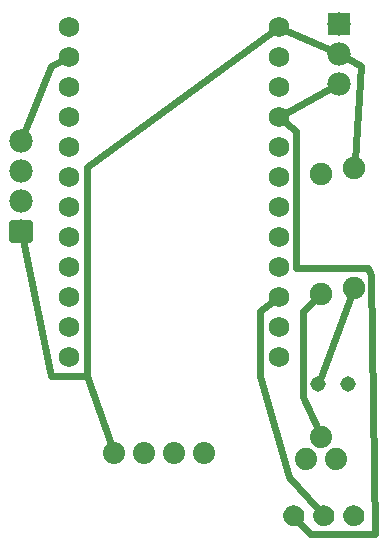
<source format=gbl>
G04 MADE WITH FRITZING*
G04 WWW.FRITZING.ORG*
G04 DOUBLE SIDED*
G04 HOLES PLATED*
G04 CONTOUR ON CENTER OF CONTOUR VECTOR*
%ASAXBY*%
%FSLAX23Y23*%
%MOIN*%
%OFA0B0*%
%SFA1.0B1.0*%
%ADD10C,0.075000*%
%ADD11C,0.068583*%
%ADD12C,0.068555*%
%ADD13C,0.078000*%
%ADD14C,0.070000*%
%ADD15C,0.073889*%
%ADD16C,0.074000*%
%ADD17C,0.051496*%
%ADD18R,0.078000X0.078000*%
%ADD19C,0.024000*%
%ADD20C,0.020000*%
%ADD21R,0.001000X0.001000*%
%LNCOPPER0*%
G90*
G70*
G54D10*
X1190Y1310D03*
X1190Y910D03*
X1080Y890D03*
X1080Y1290D03*
G54D11*
X940Y880D03*
X940Y980D03*
X940Y780D03*
X940Y680D03*
X940Y1080D03*
X940Y1180D03*
X940Y1280D03*
X940Y1380D03*
X940Y1480D03*
X940Y1580D03*
X940Y1680D03*
X940Y1780D03*
G54D12*
X240Y980D03*
X240Y880D03*
X240Y780D03*
X240Y680D03*
X240Y1080D03*
X240Y1180D03*
X240Y1280D03*
X240Y1380D03*
X240Y1580D03*
X240Y1480D03*
X240Y1680D03*
X240Y1780D03*
G54D13*
X1140Y1790D03*
X1140Y1690D03*
X1140Y1590D03*
X80Y1100D03*
X80Y1200D03*
X80Y1300D03*
X80Y1400D03*
G54D14*
X990Y150D03*
X1090Y150D03*
X1190Y150D03*
G54D15*
X690Y360D03*
X590Y360D03*
X490Y360D03*
X390Y360D03*
G54D16*
X1030Y340D03*
X1080Y415D03*
X1130Y340D03*
G54D17*
X1070Y590D03*
X1170Y590D03*
G54D18*
X1140Y1790D03*
G54D19*
X1180Y883D02*
X1079Y615D01*
D02*
X1059Y871D02*
X1020Y834D01*
X1020Y834D02*
X1020Y546D01*
X1020Y546D02*
X1069Y440D01*
D02*
X1072Y170D02*
X972Y282D01*
X972Y282D02*
X876Y618D01*
X876Y618D02*
X876Y834D01*
X876Y834D02*
X917Y863D01*
D02*
X962Y1462D02*
X996Y1434D01*
X996Y1434D02*
X996Y978D01*
X996Y978D02*
X1236Y978D01*
X1236Y978D02*
X1248Y954D01*
X1248Y954D02*
X1260Y90D01*
X1260Y90D02*
X1044Y90D01*
X1044Y90D02*
X1007Y131D01*
D02*
X1113Y1576D02*
X965Y1494D01*
D02*
X91Y1428D02*
X180Y1650D01*
X180Y1650D02*
X214Y1667D01*
D02*
X966Y1768D02*
X1112Y1703D01*
D02*
X1192Y1339D02*
X1212Y1650D01*
X1212Y1650D02*
X1166Y1676D01*
D02*
X86Y1071D02*
X180Y618D01*
X180Y618D02*
X300Y618D01*
X300Y618D02*
X300Y1314D01*
X300Y1314D02*
X917Y1763D01*
D02*
X379Y392D02*
X300Y618D01*
G54D20*
X51Y1071D02*
X51Y1129D01*
X109Y1129D01*
X109Y1071D01*
X51Y1071D01*
D02*
G54D21*
X984Y186D02*
X994Y186D01*
X1084Y186D02*
X1094Y186D01*
X1184Y186D02*
X1194Y186D01*
X980Y185D02*
X998Y185D01*
X1080Y185D02*
X1098Y185D01*
X1180Y185D02*
X1198Y185D01*
X977Y184D02*
X1001Y184D01*
X1077Y184D02*
X1100Y184D01*
X1177Y184D02*
X1200Y184D01*
X975Y183D02*
X1003Y183D01*
X1075Y183D02*
X1103Y183D01*
X1175Y183D02*
X1203Y183D01*
X973Y182D02*
X1005Y182D01*
X1073Y182D02*
X1105Y182D01*
X1173Y182D02*
X1204Y182D01*
X972Y181D02*
X1006Y181D01*
X1072Y181D02*
X1106Y181D01*
X1172Y181D02*
X1206Y181D01*
X970Y180D02*
X1008Y180D01*
X1070Y180D02*
X1108Y180D01*
X1170Y180D02*
X1208Y180D01*
X969Y179D02*
X1009Y179D01*
X1069Y179D02*
X1109Y179D01*
X1169Y179D02*
X1209Y179D01*
X968Y178D02*
X1010Y178D01*
X1068Y178D02*
X1110Y178D01*
X1167Y178D02*
X1210Y178D01*
X966Y177D02*
X1011Y177D01*
X1066Y177D02*
X1111Y177D01*
X1166Y177D02*
X1211Y177D01*
X965Y176D02*
X1012Y176D01*
X1065Y176D02*
X1112Y176D01*
X1165Y176D02*
X1212Y176D01*
X964Y175D02*
X1013Y175D01*
X1064Y175D02*
X1113Y175D01*
X1164Y175D02*
X1213Y175D01*
X963Y174D02*
X1014Y174D01*
X1063Y174D02*
X1114Y174D01*
X1163Y174D02*
X1214Y174D01*
X963Y173D02*
X1015Y173D01*
X1063Y173D02*
X1115Y173D01*
X1163Y173D02*
X1215Y173D01*
X962Y172D02*
X1016Y172D01*
X1062Y172D02*
X1116Y172D01*
X1162Y172D02*
X1216Y172D01*
X961Y171D02*
X1017Y171D01*
X1061Y171D02*
X1117Y171D01*
X1161Y171D02*
X1217Y171D01*
X960Y170D02*
X1017Y170D01*
X1060Y170D02*
X1117Y170D01*
X1160Y170D02*
X1217Y170D01*
X960Y169D02*
X1018Y169D01*
X1060Y169D02*
X1118Y169D01*
X1160Y169D02*
X1218Y169D01*
X959Y168D02*
X1019Y168D01*
X1059Y168D02*
X1119Y168D01*
X1159Y168D02*
X1219Y168D01*
X959Y167D02*
X1019Y167D01*
X1059Y167D02*
X1119Y167D01*
X1158Y167D02*
X1219Y167D01*
X958Y166D02*
X984Y166D01*
X994Y166D02*
X1020Y166D01*
X1058Y166D02*
X1084Y166D01*
X1094Y166D02*
X1120Y166D01*
X1158Y166D02*
X1183Y166D01*
X1194Y166D02*
X1220Y166D01*
X958Y165D02*
X981Y165D01*
X997Y165D02*
X1020Y165D01*
X1057Y165D02*
X1081Y165D01*
X1097Y165D02*
X1120Y165D01*
X1157Y165D02*
X1181Y165D01*
X1197Y165D02*
X1220Y165D01*
X957Y164D02*
X979Y164D01*
X999Y164D02*
X1021Y164D01*
X1057Y164D02*
X1079Y164D01*
X1099Y164D02*
X1121Y164D01*
X1157Y164D02*
X1179Y164D01*
X1199Y164D02*
X1221Y164D01*
X957Y163D02*
X978Y163D01*
X1000Y163D02*
X1021Y163D01*
X1057Y163D02*
X1078Y163D01*
X1100Y163D02*
X1121Y163D01*
X1157Y163D02*
X1178Y163D01*
X1200Y163D02*
X1221Y163D01*
X956Y162D02*
X977Y162D01*
X1001Y162D02*
X1021Y162D01*
X1056Y162D02*
X1077Y162D01*
X1101Y162D02*
X1121Y162D01*
X1156Y162D02*
X1177Y162D01*
X1201Y162D02*
X1221Y162D01*
X956Y161D02*
X976Y161D01*
X1002Y161D02*
X1022Y161D01*
X1056Y161D02*
X1076Y161D01*
X1102Y161D02*
X1122Y161D01*
X1156Y161D02*
X1176Y161D01*
X1202Y161D02*
X1222Y161D01*
X956Y160D02*
X975Y160D01*
X1002Y160D02*
X1022Y160D01*
X1056Y160D02*
X1075Y160D01*
X1102Y160D02*
X1122Y160D01*
X1156Y160D02*
X1175Y160D01*
X1202Y160D02*
X1222Y160D01*
X955Y159D02*
X975Y159D01*
X1003Y159D02*
X1022Y159D01*
X1055Y159D02*
X1075Y159D01*
X1103Y159D02*
X1122Y159D01*
X1155Y159D02*
X1175Y159D01*
X1203Y159D02*
X1222Y159D01*
X955Y158D02*
X974Y158D01*
X1003Y158D02*
X1023Y158D01*
X1055Y158D02*
X1074Y158D01*
X1103Y158D02*
X1123Y158D01*
X1155Y158D02*
X1174Y158D01*
X1203Y158D02*
X1223Y158D01*
X955Y157D02*
X974Y157D01*
X1004Y157D02*
X1023Y157D01*
X1055Y157D02*
X1074Y157D01*
X1104Y157D02*
X1123Y157D01*
X1155Y157D02*
X1174Y157D01*
X1204Y157D02*
X1223Y157D01*
X955Y156D02*
X974Y156D01*
X1004Y156D02*
X1023Y156D01*
X1055Y156D02*
X1074Y156D01*
X1104Y156D02*
X1123Y156D01*
X1155Y156D02*
X1174Y156D01*
X1204Y156D02*
X1223Y156D01*
X955Y155D02*
X974Y155D01*
X1004Y155D02*
X1023Y155D01*
X1055Y155D02*
X1074Y155D01*
X1104Y155D02*
X1123Y155D01*
X1155Y155D02*
X1174Y155D01*
X1204Y155D02*
X1223Y155D01*
X955Y154D02*
X974Y154D01*
X1004Y154D02*
X1023Y154D01*
X1054Y154D02*
X1074Y154D01*
X1104Y154D02*
X1123Y154D01*
X1154Y154D02*
X1173Y154D01*
X1204Y154D02*
X1223Y154D01*
X954Y153D02*
X973Y153D01*
X1004Y153D02*
X1023Y153D01*
X1054Y153D02*
X1073Y153D01*
X1104Y153D02*
X1123Y153D01*
X1154Y153D02*
X1173Y153D01*
X1204Y153D02*
X1223Y153D01*
X954Y152D02*
X973Y152D01*
X1004Y152D02*
X1023Y152D01*
X1054Y152D02*
X1073Y152D01*
X1104Y152D02*
X1123Y152D01*
X1154Y152D02*
X1173Y152D01*
X1204Y152D02*
X1223Y152D01*
X954Y151D02*
X973Y151D01*
X1004Y151D02*
X1023Y151D01*
X1054Y151D02*
X1073Y151D01*
X1104Y151D02*
X1123Y151D01*
X1154Y151D02*
X1173Y151D01*
X1204Y151D02*
X1223Y151D01*
X954Y150D02*
X974Y150D01*
X1004Y150D02*
X1023Y150D01*
X1054Y150D02*
X1073Y150D01*
X1104Y150D02*
X1123Y150D01*
X1154Y150D02*
X1173Y150D01*
X1204Y150D02*
X1223Y150D01*
X955Y149D02*
X974Y149D01*
X1004Y149D02*
X1023Y149D01*
X1055Y149D02*
X1074Y149D01*
X1104Y149D02*
X1123Y149D01*
X1154Y149D02*
X1173Y149D01*
X1204Y149D02*
X1223Y149D01*
X955Y148D02*
X974Y148D01*
X1004Y148D02*
X1023Y148D01*
X1055Y148D02*
X1074Y148D01*
X1104Y148D02*
X1123Y148D01*
X1155Y148D02*
X1174Y148D01*
X1204Y148D02*
X1223Y148D01*
X955Y147D02*
X974Y147D01*
X1004Y147D02*
X1023Y147D01*
X1055Y147D02*
X1074Y147D01*
X1104Y147D02*
X1123Y147D01*
X1155Y147D02*
X1174Y147D01*
X1204Y147D02*
X1223Y147D01*
X955Y146D02*
X974Y146D01*
X1004Y146D02*
X1023Y146D01*
X1055Y146D02*
X1074Y146D01*
X1104Y146D02*
X1123Y146D01*
X1155Y146D02*
X1174Y146D01*
X1204Y146D02*
X1223Y146D01*
X955Y145D02*
X974Y145D01*
X1003Y145D02*
X1023Y145D01*
X1055Y145D02*
X1074Y145D01*
X1103Y145D02*
X1123Y145D01*
X1155Y145D02*
X1174Y145D01*
X1203Y145D02*
X1223Y145D01*
X955Y144D02*
X975Y144D01*
X1003Y144D02*
X1022Y144D01*
X1055Y144D02*
X1075Y144D01*
X1103Y144D02*
X1122Y144D01*
X1155Y144D02*
X1175Y144D01*
X1203Y144D02*
X1222Y144D01*
X956Y143D02*
X975Y143D01*
X1002Y143D02*
X1022Y143D01*
X1056Y143D02*
X1075Y143D01*
X1102Y143D02*
X1122Y143D01*
X1156Y143D02*
X1175Y143D01*
X1202Y143D02*
X1222Y143D01*
X956Y142D02*
X976Y142D01*
X1002Y142D02*
X1022Y142D01*
X1056Y142D02*
X1076Y142D01*
X1102Y142D02*
X1122Y142D01*
X1156Y142D02*
X1176Y142D01*
X1202Y142D02*
X1222Y142D01*
X956Y141D02*
X977Y141D01*
X1001Y141D02*
X1021Y141D01*
X1056Y141D02*
X1077Y141D01*
X1101Y141D02*
X1121Y141D01*
X1156Y141D02*
X1177Y141D01*
X1201Y141D02*
X1221Y141D01*
X957Y140D02*
X978Y140D01*
X1000Y140D02*
X1021Y140D01*
X1057Y140D02*
X1078Y140D01*
X1100Y140D02*
X1121Y140D01*
X1157Y140D02*
X1178Y140D01*
X1200Y140D02*
X1221Y140D01*
X957Y139D02*
X979Y139D01*
X999Y139D02*
X1021Y139D01*
X1057Y139D02*
X1079Y139D01*
X1099Y139D02*
X1121Y139D01*
X1157Y139D02*
X1179Y139D01*
X1199Y139D02*
X1221Y139D01*
X958Y138D02*
X981Y138D01*
X997Y138D02*
X1020Y138D01*
X1058Y138D02*
X1081Y138D01*
X1097Y138D02*
X1120Y138D01*
X1158Y138D02*
X1181Y138D01*
X1197Y138D02*
X1220Y138D01*
X958Y137D02*
X984Y137D01*
X993Y137D02*
X1020Y137D01*
X1058Y137D02*
X1084Y137D01*
X1093Y137D02*
X1120Y137D01*
X1158Y137D02*
X1184Y137D01*
X1193Y137D02*
X1220Y137D01*
X959Y136D02*
X1019Y136D01*
X1059Y136D02*
X1119Y136D01*
X1159Y136D02*
X1219Y136D01*
X959Y135D02*
X1019Y135D01*
X1059Y135D02*
X1118Y135D01*
X1159Y135D02*
X1218Y135D01*
X960Y134D02*
X1018Y134D01*
X1060Y134D02*
X1118Y134D01*
X1160Y134D02*
X1218Y134D01*
X961Y133D02*
X1017Y133D01*
X1060Y133D02*
X1117Y133D01*
X1160Y133D02*
X1217Y133D01*
X961Y132D02*
X1017Y132D01*
X1061Y132D02*
X1116Y132D01*
X1161Y132D02*
X1216Y132D01*
X962Y131D02*
X1016Y131D01*
X1062Y131D02*
X1116Y131D01*
X1162Y131D02*
X1216Y131D01*
X963Y130D02*
X1015Y130D01*
X1063Y130D02*
X1115Y130D01*
X1163Y130D02*
X1215Y130D01*
X964Y129D02*
X1014Y129D01*
X1064Y129D02*
X1114Y129D01*
X1164Y129D02*
X1214Y129D01*
X965Y128D02*
X1013Y128D01*
X1065Y128D02*
X1113Y128D01*
X1165Y128D02*
X1213Y128D01*
X966Y127D02*
X1012Y127D01*
X1066Y127D02*
X1112Y127D01*
X1165Y127D02*
X1212Y127D01*
X967Y126D02*
X1011Y126D01*
X1067Y126D02*
X1111Y126D01*
X1167Y126D02*
X1211Y126D01*
X968Y125D02*
X1010Y125D01*
X1068Y125D02*
X1110Y125D01*
X1168Y125D02*
X1210Y125D01*
X969Y124D02*
X1009Y124D01*
X1069Y124D02*
X1109Y124D01*
X1169Y124D02*
X1209Y124D01*
X970Y123D02*
X1007Y123D01*
X1070Y123D02*
X1107Y123D01*
X1170Y123D02*
X1207Y123D01*
X972Y122D02*
X1006Y122D01*
X1072Y122D02*
X1106Y122D01*
X1172Y122D02*
X1206Y122D01*
X974Y121D02*
X1004Y121D01*
X1073Y121D02*
X1104Y121D01*
X1173Y121D02*
X1204Y121D01*
X975Y120D02*
X1002Y120D01*
X1075Y120D02*
X1102Y120D01*
X1175Y120D02*
X1202Y120D01*
X978Y119D02*
X1000Y119D01*
X1078Y119D02*
X1100Y119D01*
X1178Y119D02*
X1200Y119D01*
X981Y118D02*
X997Y118D01*
X1081Y118D02*
X1097Y118D01*
X1180Y118D02*
X1197Y118D01*
X985Y117D02*
X993Y117D01*
X1085Y117D02*
X1093Y117D01*
X1185Y117D02*
X1193Y117D01*
D02*
G04 End of Copper0*
M02*
</source>
